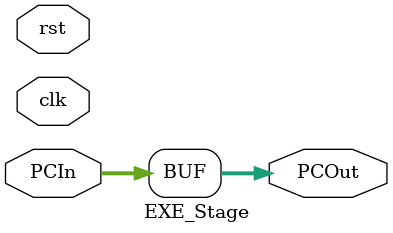
<source format=v>

module EXE_Stage(clk, rst, PCIn, PCOut);
    parameter N = 32;
    input wire[0:0] clk, rst;
    input wire[N - 1:0] PCIn;
    output wire[N - 1:0] PCOut;

    assign PCOut = PCIn;
endmodule
</source>
